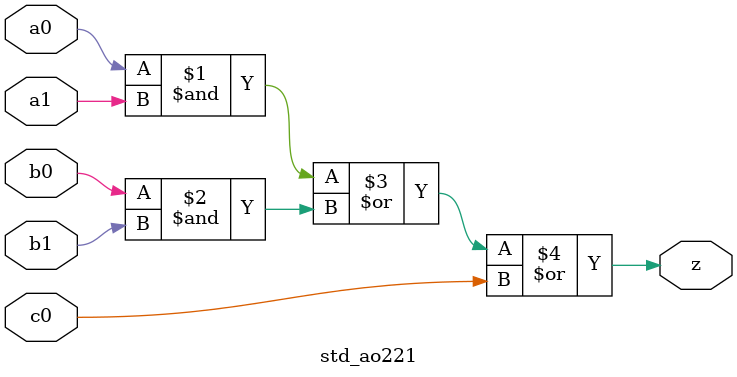
<source format=sv>

module std_ao221 #(parameter DW = 1 ) // array width
(
	input [DW-1:0]  a0,
	input [DW-1:0]  a1,
	input [DW-1:0]  b0,
	input [DW-1:0]  b1,
	input [DW-1:0]  c0,
	output [DW-1:0] z
);

assign z = (a0 & a1) | (b0 & b1) | (c0);

endmodule

</source>
